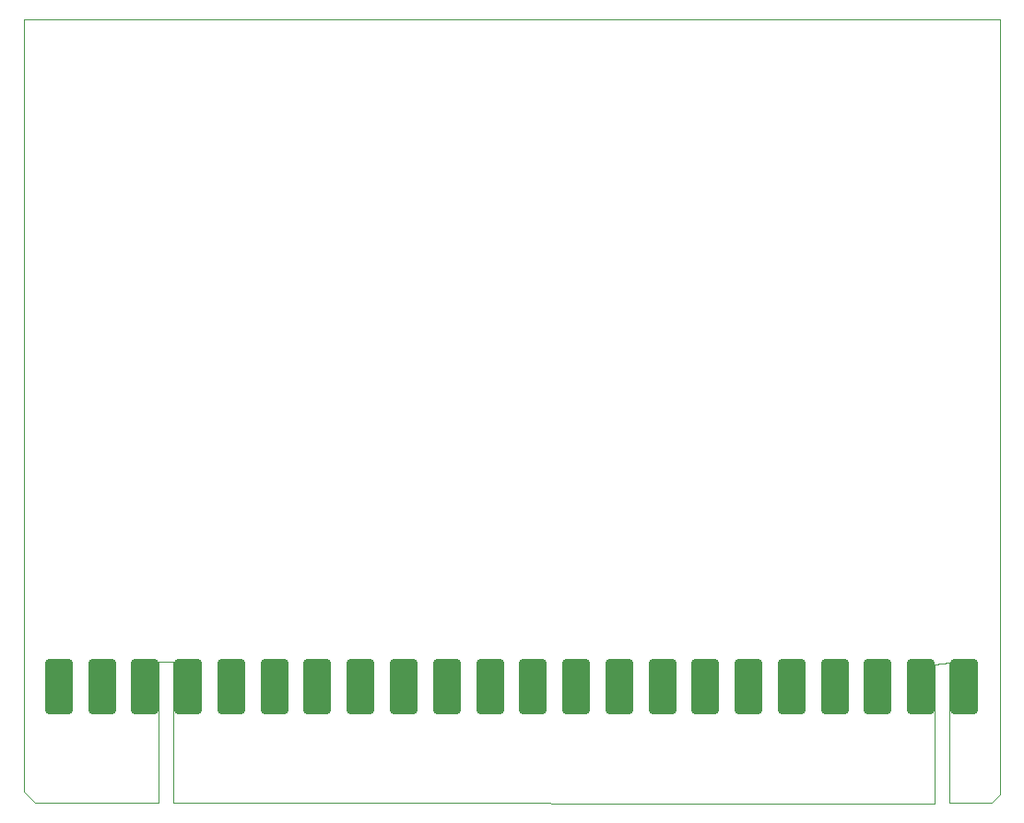
<source format=gbp>
G75*
%MOIN*%
%OFA0B0*%
%FSLAX25Y25*%
%IPPOS*%
%LPD*%
%AMOC8*
5,1,8,0,0,1.08239X$1,22.5*
%
%ADD10C,0.00000*%
%ADD11C,0.03000*%
D10*
X0026198Y0006201D02*
X0030135Y0002299D01*
X0074623Y0002299D01*
X0074623Y0053087D01*
X0080135Y0053087D01*
X0080135Y0002299D01*
X0355331Y0001906D01*
X0355331Y0052299D01*
X0360843Y0052693D01*
X0360843Y0002299D01*
X0376198Y0002299D01*
X0378954Y0005055D01*
X0378954Y0051512D01*
X0378954Y0051394D02*
X0378954Y0285492D01*
X0026198Y0285492D01*
X0026198Y0052000D01*
X0026198Y0052201D02*
X0026198Y0006201D01*
D11*
X0034986Y0035846D02*
X0041986Y0035846D01*
X0034986Y0035846D02*
X0034986Y0052846D01*
X0041986Y0052846D01*
X0041986Y0035846D01*
X0041986Y0038845D02*
X0034986Y0038845D01*
X0034986Y0041844D02*
X0041986Y0041844D01*
X0041986Y0044843D02*
X0034986Y0044843D01*
X0034986Y0047842D02*
X0041986Y0047842D01*
X0041986Y0050841D02*
X0034986Y0050841D01*
X0050576Y0035846D02*
X0057576Y0035846D01*
X0050576Y0035846D02*
X0050576Y0052846D01*
X0057576Y0052846D01*
X0057576Y0035846D01*
X0057576Y0038845D02*
X0050576Y0038845D01*
X0050576Y0041844D02*
X0057576Y0041844D01*
X0057576Y0044843D02*
X0050576Y0044843D01*
X0050576Y0047842D02*
X0057576Y0047842D01*
X0057576Y0050841D02*
X0050576Y0050841D01*
X0066167Y0035846D02*
X0073167Y0035846D01*
X0066167Y0035846D02*
X0066167Y0052846D01*
X0073167Y0052846D01*
X0073167Y0035846D01*
X0073167Y0038845D02*
X0066167Y0038845D01*
X0066167Y0041844D02*
X0073167Y0041844D01*
X0073167Y0044843D02*
X0066167Y0044843D01*
X0066167Y0047842D02*
X0073167Y0047842D01*
X0073167Y0050841D02*
X0066167Y0050841D01*
X0081757Y0035846D02*
X0088757Y0035846D01*
X0081757Y0035846D02*
X0081757Y0052846D01*
X0088757Y0052846D01*
X0088757Y0035846D01*
X0088757Y0038845D02*
X0081757Y0038845D01*
X0081757Y0041844D02*
X0088757Y0041844D01*
X0088757Y0044843D02*
X0081757Y0044843D01*
X0081757Y0047842D02*
X0088757Y0047842D01*
X0088757Y0050841D02*
X0081757Y0050841D01*
X0097348Y0035846D02*
X0104348Y0035846D01*
X0097348Y0035846D02*
X0097348Y0052846D01*
X0104348Y0052846D01*
X0104348Y0035846D01*
X0104348Y0038845D02*
X0097348Y0038845D01*
X0097348Y0041844D02*
X0104348Y0041844D01*
X0104348Y0044843D02*
X0097348Y0044843D01*
X0097348Y0047842D02*
X0104348Y0047842D01*
X0104348Y0050841D02*
X0097348Y0050841D01*
X0112939Y0035846D02*
X0119939Y0035846D01*
X0112939Y0035846D02*
X0112939Y0052846D01*
X0119939Y0052846D01*
X0119939Y0035846D01*
X0119939Y0038845D02*
X0112939Y0038845D01*
X0112939Y0041844D02*
X0119939Y0041844D01*
X0119939Y0044843D02*
X0112939Y0044843D01*
X0112939Y0047842D02*
X0119939Y0047842D01*
X0119939Y0050841D02*
X0112939Y0050841D01*
X0128529Y0035846D02*
X0135529Y0035846D01*
X0128529Y0035846D02*
X0128529Y0052846D01*
X0135529Y0052846D01*
X0135529Y0035846D01*
X0135529Y0038845D02*
X0128529Y0038845D01*
X0128529Y0041844D02*
X0135529Y0041844D01*
X0135529Y0044843D02*
X0128529Y0044843D01*
X0128529Y0047842D02*
X0135529Y0047842D01*
X0135529Y0050841D02*
X0128529Y0050841D01*
X0144120Y0035846D02*
X0151120Y0035846D01*
X0144120Y0035846D02*
X0144120Y0052846D01*
X0151120Y0052846D01*
X0151120Y0035846D01*
X0151120Y0038845D02*
X0144120Y0038845D01*
X0144120Y0041844D02*
X0151120Y0041844D01*
X0151120Y0044843D02*
X0144120Y0044843D01*
X0144120Y0047842D02*
X0151120Y0047842D01*
X0151120Y0050841D02*
X0144120Y0050841D01*
X0159710Y0035846D02*
X0166710Y0035846D01*
X0159710Y0035846D02*
X0159710Y0052846D01*
X0166710Y0052846D01*
X0166710Y0035846D01*
X0166710Y0038845D02*
X0159710Y0038845D01*
X0159710Y0041844D02*
X0166710Y0041844D01*
X0166710Y0044843D02*
X0159710Y0044843D01*
X0159710Y0047842D02*
X0166710Y0047842D01*
X0166710Y0050841D02*
X0159710Y0050841D01*
X0175301Y0035846D02*
X0182301Y0035846D01*
X0175301Y0035846D02*
X0175301Y0052846D01*
X0182301Y0052846D01*
X0182301Y0035846D01*
X0182301Y0038845D02*
X0175301Y0038845D01*
X0175301Y0041844D02*
X0182301Y0041844D01*
X0182301Y0044843D02*
X0175301Y0044843D01*
X0175301Y0047842D02*
X0182301Y0047842D01*
X0182301Y0050841D02*
X0175301Y0050841D01*
X0190891Y0035846D02*
X0197891Y0035846D01*
X0190891Y0035846D02*
X0190891Y0052846D01*
X0197891Y0052846D01*
X0197891Y0035846D01*
X0197891Y0038845D02*
X0190891Y0038845D01*
X0190891Y0041844D02*
X0197891Y0041844D01*
X0197891Y0044843D02*
X0190891Y0044843D01*
X0190891Y0047842D02*
X0197891Y0047842D01*
X0197891Y0050841D02*
X0190891Y0050841D01*
X0206482Y0035846D02*
X0213482Y0035846D01*
X0206482Y0035846D02*
X0206482Y0052846D01*
X0213482Y0052846D01*
X0213482Y0035846D01*
X0213482Y0038845D02*
X0206482Y0038845D01*
X0206482Y0041844D02*
X0213482Y0041844D01*
X0213482Y0044843D02*
X0206482Y0044843D01*
X0206482Y0047842D02*
X0213482Y0047842D01*
X0213482Y0050841D02*
X0206482Y0050841D01*
X0222072Y0035846D02*
X0229072Y0035846D01*
X0222072Y0035846D02*
X0222072Y0052846D01*
X0229072Y0052846D01*
X0229072Y0035846D01*
X0229072Y0038845D02*
X0222072Y0038845D01*
X0222072Y0041844D02*
X0229072Y0041844D01*
X0229072Y0044843D02*
X0222072Y0044843D01*
X0222072Y0047842D02*
X0229072Y0047842D01*
X0229072Y0050841D02*
X0222072Y0050841D01*
X0237663Y0035846D02*
X0244663Y0035846D01*
X0237663Y0035846D02*
X0237663Y0052846D01*
X0244663Y0052846D01*
X0244663Y0035846D01*
X0244663Y0038845D02*
X0237663Y0038845D01*
X0237663Y0041844D02*
X0244663Y0041844D01*
X0244663Y0044843D02*
X0237663Y0044843D01*
X0237663Y0047842D02*
X0244663Y0047842D01*
X0244663Y0050841D02*
X0237663Y0050841D01*
X0253254Y0035846D02*
X0260254Y0035846D01*
X0253254Y0035846D02*
X0253254Y0052846D01*
X0260254Y0052846D01*
X0260254Y0035846D01*
X0260254Y0038845D02*
X0253254Y0038845D01*
X0253254Y0041844D02*
X0260254Y0041844D01*
X0260254Y0044843D02*
X0253254Y0044843D01*
X0253254Y0047842D02*
X0260254Y0047842D01*
X0260254Y0050841D02*
X0253254Y0050841D01*
X0268844Y0035846D02*
X0275844Y0035846D01*
X0268844Y0035846D02*
X0268844Y0052846D01*
X0275844Y0052846D01*
X0275844Y0035846D01*
X0275844Y0038845D02*
X0268844Y0038845D01*
X0268844Y0041844D02*
X0275844Y0041844D01*
X0275844Y0044843D02*
X0268844Y0044843D01*
X0268844Y0047842D02*
X0275844Y0047842D01*
X0275844Y0050841D02*
X0268844Y0050841D01*
X0284435Y0035846D02*
X0291435Y0035846D01*
X0284435Y0035846D02*
X0284435Y0052846D01*
X0291435Y0052846D01*
X0291435Y0035846D01*
X0291435Y0038845D02*
X0284435Y0038845D01*
X0284435Y0041844D02*
X0291435Y0041844D01*
X0291435Y0044843D02*
X0284435Y0044843D01*
X0284435Y0047842D02*
X0291435Y0047842D01*
X0291435Y0050841D02*
X0284435Y0050841D01*
X0300025Y0035846D02*
X0307025Y0035846D01*
X0300025Y0035846D02*
X0300025Y0052846D01*
X0307025Y0052846D01*
X0307025Y0035846D01*
X0307025Y0038845D02*
X0300025Y0038845D01*
X0300025Y0041844D02*
X0307025Y0041844D01*
X0307025Y0044843D02*
X0300025Y0044843D01*
X0300025Y0047842D02*
X0307025Y0047842D01*
X0307025Y0050841D02*
X0300025Y0050841D01*
X0315616Y0035846D02*
X0322616Y0035846D01*
X0315616Y0035846D02*
X0315616Y0052846D01*
X0322616Y0052846D01*
X0322616Y0035846D01*
X0322616Y0038845D02*
X0315616Y0038845D01*
X0315616Y0041844D02*
X0322616Y0041844D01*
X0322616Y0044843D02*
X0315616Y0044843D01*
X0315616Y0047842D02*
X0322616Y0047842D01*
X0322616Y0050841D02*
X0315616Y0050841D01*
X0331206Y0035846D02*
X0338206Y0035846D01*
X0331206Y0035846D02*
X0331206Y0052846D01*
X0338206Y0052846D01*
X0338206Y0035846D01*
X0338206Y0038845D02*
X0331206Y0038845D01*
X0331206Y0041844D02*
X0338206Y0041844D01*
X0338206Y0044843D02*
X0331206Y0044843D01*
X0331206Y0047842D02*
X0338206Y0047842D01*
X0338206Y0050841D02*
X0331206Y0050841D01*
X0346797Y0035846D02*
X0353797Y0035846D01*
X0346797Y0035846D02*
X0346797Y0052846D01*
X0353797Y0052846D01*
X0353797Y0035846D01*
X0353797Y0038845D02*
X0346797Y0038845D01*
X0346797Y0041844D02*
X0353797Y0041844D01*
X0353797Y0044843D02*
X0346797Y0044843D01*
X0346797Y0047842D02*
X0353797Y0047842D01*
X0353797Y0050841D02*
X0346797Y0050841D01*
X0362387Y0035846D02*
X0369387Y0035846D01*
X0362387Y0035846D02*
X0362387Y0052846D01*
X0369387Y0052846D01*
X0369387Y0035846D01*
X0369387Y0038845D02*
X0362387Y0038845D01*
X0362387Y0041844D02*
X0369387Y0041844D01*
X0369387Y0044843D02*
X0362387Y0044843D01*
X0362387Y0047842D02*
X0369387Y0047842D01*
X0369387Y0050841D02*
X0362387Y0050841D01*
M02*

</source>
